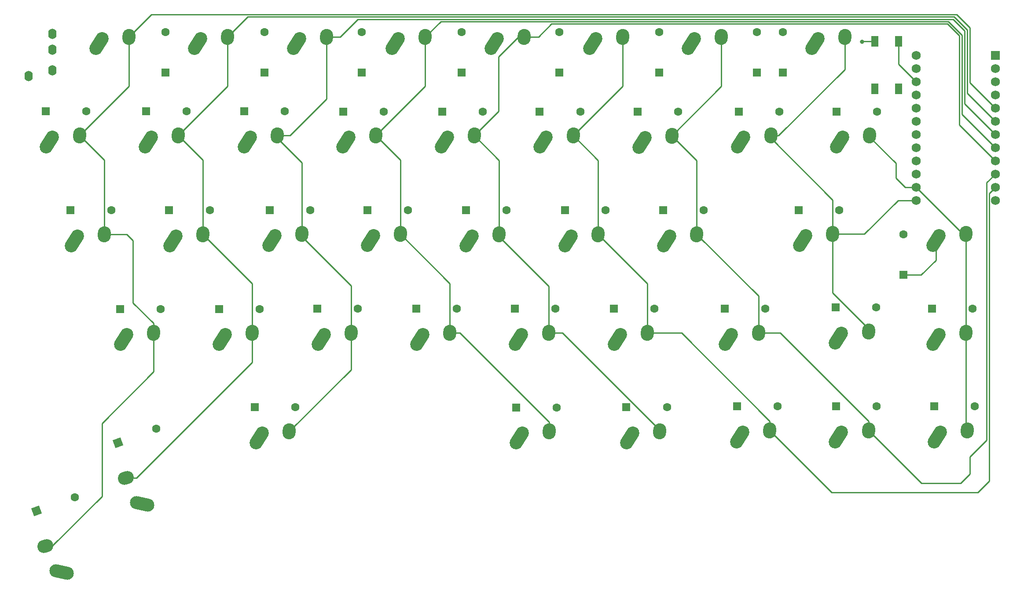
<source format=gbl>
G04 #@! TF.GenerationSoftware,KiCad,Pcbnew,(6.0.10-0)*
G04 #@! TF.CreationDate,2022-12-25T19:45:21-08:00*
G04 #@! TF.ProjectId,right,72696768-742e-46b6-9963-61645f706362,rev?*
G04 #@! TF.SameCoordinates,Original*
G04 #@! TF.FileFunction,Copper,L2,Bot*
G04 #@! TF.FilePolarity,Positive*
%FSLAX46Y46*%
G04 Gerber Fmt 4.6, Leading zero omitted, Abs format (unit mm)*
G04 Created by KiCad (PCBNEW (6.0.10-0)) date 2022-12-25 19:45:21*
%MOMM*%
%LPD*%
G01*
G04 APERTURE LIST*
G04 Aperture macros list*
%AMHorizOval*
0 Thick line with rounded ends*
0 $1 width*
0 $2 $3 position (X,Y) of the first rounded end (center of the circle)*
0 $4 $5 position (X,Y) of the second rounded end (center of the circle)*
0 Add line between two ends*
20,1,$1,$2,$3,$4,$5,0*
0 Add two circle primitives to create the rounded ends*
1,1,$1,$2,$3*
1,1,$1,$4,$5*%
%AMRotRect*
0 Rectangle, with rotation*
0 The origin of the aperture is its center*
0 $1 length*
0 $2 width*
0 $3 Rotation angle, in degrees counterclockwise*
0 Add horizontal line*
21,1,$1,$2,0,0,$3*%
G04 Aperture macros list end*
G04 #@! TA.AperFunction,ComponentPad*
%ADD10R,1.600000X1.600000*%
G04 #@! TD*
G04 #@! TA.AperFunction,ComponentPad*
%ADD11C,1.600000*%
G04 #@! TD*
G04 #@! TA.AperFunction,ComponentPad*
%ADD12RotRect,1.600000X1.600000X20.000000*%
G04 #@! TD*
G04 #@! TA.AperFunction,ComponentPad*
%ADD13HorizOval,2.500000X-0.604462X-0.948815X0.604462X0.948815X0*%
G04 #@! TD*
G04 #@! TA.AperFunction,ComponentPad*
%ADD14HorizOval,2.500000X-0.019724X-0.289328X0.019724X0.289328X0*%
G04 #@! TD*
G04 #@! TA.AperFunction,ComponentPad*
%ADD15HorizOval,2.500000X-1.098333X0.243495X1.098333X-0.243495X0*%
G04 #@! TD*
G04 #@! TA.AperFunction,ComponentPad*
%ADD16HorizOval,2.500000X0.278626X0.080421X-0.278626X-0.080421X0*%
G04 #@! TD*
G04 #@! TA.AperFunction,ComponentPad*
%ADD17O,1.600000X2.000000*%
G04 #@! TD*
G04 #@! TA.AperFunction,ComponentPad*
%ADD18R,1.752600X1.752600*%
G04 #@! TD*
G04 #@! TA.AperFunction,ComponentPad*
%ADD19C,1.752600*%
G04 #@! TD*
G04 #@! TA.AperFunction,SMDPad,CuDef*
%ADD20R,1.400000X2.100000*%
G04 #@! TD*
G04 #@! TA.AperFunction,ViaPad*
%ADD21C,0.800000*%
G04 #@! TD*
G04 #@! TA.AperFunction,Conductor*
%ADD22C,0.250000*%
G04 #@! TD*
G04 APERTURE END LIST*
D10*
X54750000Y-36400000D03*
D11*
X54750000Y-28600000D03*
D10*
X73750000Y-36400000D03*
D11*
X73750000Y-28600000D03*
D10*
X92500000Y-36400000D03*
D11*
X92500000Y-28600000D03*
D10*
X31680000Y-43910000D03*
D11*
X39480000Y-43910000D03*
D10*
X36480000Y-62930000D03*
D11*
X44280000Y-62930000D03*
D10*
X45980000Y-81940000D03*
D11*
X53780000Y-81940000D03*
D12*
X29955199Y-120873879D03*
D11*
X37284801Y-118206121D03*
D10*
X51020000Y-43910000D03*
D11*
X58820000Y-43910000D03*
D10*
X55450000Y-62930000D03*
D11*
X63250000Y-62930000D03*
D10*
X65020000Y-81960000D03*
D11*
X72820000Y-81960000D03*
D12*
X45605199Y-107703879D03*
D11*
X52934801Y-105036121D03*
D10*
X69870000Y-43890000D03*
D11*
X77670000Y-43890000D03*
D10*
X74800000Y-62900000D03*
D11*
X82600000Y-62900000D03*
D10*
X83950000Y-81930000D03*
D11*
X91750000Y-81930000D03*
D10*
X71885000Y-100900000D03*
D11*
X79685000Y-100900000D03*
D10*
X111750000Y-36400000D03*
D11*
X111750000Y-28600000D03*
D10*
X88950000Y-43940000D03*
D11*
X96750000Y-43940000D03*
D10*
X93570000Y-62940000D03*
D11*
X101370000Y-62940000D03*
D10*
X102980000Y-81880000D03*
D11*
X110780000Y-81880000D03*
D10*
X122200000Y-100910000D03*
D11*
X130000000Y-100910000D03*
D10*
X130500000Y-36400000D03*
D11*
X130500000Y-28600000D03*
D10*
X107960000Y-43940000D03*
D11*
X115760000Y-43940000D03*
D10*
X112530000Y-62910000D03*
D11*
X120330000Y-62910000D03*
D10*
X121940000Y-81930000D03*
D11*
X129740000Y-81930000D03*
D10*
X143410000Y-100900000D03*
D11*
X151210000Y-100900000D03*
D10*
X149750000Y-36400000D03*
D11*
X149750000Y-28600000D03*
D10*
X126740000Y-43950000D03*
D11*
X134540000Y-43950000D03*
D10*
X131580000Y-62910000D03*
D11*
X139380000Y-62910000D03*
D10*
X141020000Y-81910000D03*
D11*
X148820000Y-81910000D03*
D10*
X164730000Y-100690000D03*
D11*
X172530000Y-100690000D03*
D10*
X168500000Y-36400000D03*
D11*
X168500000Y-28600000D03*
D10*
X145600000Y-43970000D03*
D11*
X153400000Y-43970000D03*
D10*
X150460000Y-62920000D03*
D11*
X158260000Y-62920000D03*
D10*
X162360000Y-81930000D03*
D11*
X170160000Y-81930000D03*
D10*
X183730000Y-100710000D03*
D11*
X191530000Y-100710000D03*
D10*
X173500000Y-36400000D03*
D11*
X173500000Y-28600000D03*
D10*
X165030000Y-43940000D03*
D11*
X172830000Y-43940000D03*
D10*
X176560000Y-62930000D03*
D11*
X184360000Y-62930000D03*
D10*
X183670000Y-81680000D03*
D11*
X191470000Y-81680000D03*
D10*
X202660000Y-100670000D03*
D11*
X210460000Y-100670000D03*
D10*
X183830000Y-43930000D03*
D11*
X191630000Y-43930000D03*
D13*
X60925000Y-30820000D03*
D14*
X66700000Y-29550000D03*
D13*
X79945000Y-30840000D03*
D14*
X85720000Y-29570000D03*
D13*
X32405000Y-49810000D03*
D14*
X38180000Y-48540000D03*
D13*
X37165000Y-68820000D03*
D14*
X42940000Y-67550000D03*
D13*
X46695000Y-87830000D03*
D14*
X52470000Y-86560000D03*
D15*
X34765558Y-132622610D03*
D16*
X31596982Y-127630251D03*
D13*
X51425000Y-49810000D03*
D14*
X57200000Y-48540000D03*
D13*
X56145000Y-68830000D03*
D14*
X61920000Y-67560000D03*
D13*
X65655000Y-87840000D03*
D14*
X71430000Y-86570000D03*
D13*
X70445000Y-49810000D03*
D14*
X76220000Y-48540000D03*
D13*
X75205000Y-68810000D03*
D14*
X80980000Y-67540000D03*
D13*
X84675000Y-87820000D03*
D14*
X90450000Y-86550000D03*
D13*
X72785000Y-106810000D03*
D14*
X78560000Y-105540000D03*
D13*
X98935000Y-30860000D03*
D14*
X104710000Y-29590000D03*
D13*
X89455000Y-49820000D03*
D14*
X95230000Y-48550000D03*
D13*
X94175000Y-68810000D03*
D14*
X99950000Y-67540000D03*
D13*
X103665000Y-87810000D03*
D14*
X109440000Y-86540000D03*
D13*
X117945000Y-30810000D03*
D14*
X123720000Y-29540000D03*
D13*
X108415000Y-49830000D03*
D14*
X114190000Y-48560000D03*
D13*
X113175000Y-68820000D03*
D14*
X118950000Y-67550000D03*
D13*
X122675000Y-87810000D03*
D14*
X128450000Y-86540000D03*
D13*
X144025000Y-106800000D03*
D14*
X149800000Y-105530000D03*
D13*
X136945000Y-30820000D03*
D14*
X142720000Y-29550000D03*
D13*
X127415000Y-49840000D03*
D14*
X133190000Y-48570000D03*
D13*
X132185000Y-68820000D03*
D14*
X137960000Y-67550000D03*
D13*
X141685000Y-87830000D03*
D14*
X147460000Y-86560000D03*
D13*
X165215000Y-106590000D03*
D14*
X170990000Y-105320000D03*
D13*
X155920000Y-30820000D03*
D14*
X161695000Y-29550000D03*
D13*
X146425000Y-49850000D03*
D14*
X152200000Y-48580000D03*
D13*
X151185000Y-68820000D03*
D14*
X156960000Y-67550000D03*
D13*
X163055000Y-87830000D03*
D14*
X168830000Y-86560000D03*
D13*
X184225000Y-106590000D03*
D14*
X190000000Y-105320000D03*
D13*
X179675000Y-30840000D03*
D14*
X185450000Y-29570000D03*
D13*
X165425000Y-49840000D03*
D14*
X171200000Y-48570000D03*
D13*
X177305000Y-68800000D03*
D14*
X183080000Y-67530000D03*
D13*
X203225000Y-106580000D03*
D14*
X209000000Y-105310000D03*
D13*
X184435000Y-49820000D03*
D14*
X190210000Y-48550000D03*
D17*
X28390000Y-37110000D03*
X32990000Y-36010000D03*
X32990000Y-32010000D03*
X32990000Y-29010000D03*
D13*
X122785000Y-106810000D03*
D14*
X128560000Y-105540000D03*
D13*
X41925000Y-30820000D03*
D14*
X47700000Y-29550000D03*
D15*
X50245558Y-119502610D03*
D16*
X47076982Y-114510251D03*
D10*
X196750000Y-75400000D03*
D11*
X196750000Y-67600000D03*
D10*
X202180000Y-81910000D03*
D11*
X209980000Y-81910000D03*
D13*
X202955000Y-68790000D03*
D14*
X208730000Y-67520000D03*
D13*
X184225000Y-87580000D03*
D14*
X190000000Y-86310000D03*
D13*
X202945000Y-87820000D03*
D14*
X208720000Y-86550000D03*
D18*
X214390000Y-33114750D03*
D19*
X214390000Y-35654750D03*
X214390000Y-38194750D03*
X214390000Y-40734750D03*
X214390000Y-43274750D03*
X214390000Y-45814750D03*
X214390000Y-48354750D03*
X214390000Y-50894750D03*
X214390000Y-53434750D03*
X214390000Y-55974750D03*
X214390000Y-58514750D03*
X214390000Y-61054750D03*
X199150000Y-61054750D03*
X199150000Y-58514750D03*
X199150000Y-55974750D03*
X199150000Y-53434750D03*
X199150000Y-50894750D03*
X199150000Y-48354750D03*
X199150000Y-45814750D03*
X199150000Y-43274750D03*
X199150000Y-40734750D03*
X199150000Y-38194750D03*
X199150000Y-35654750D03*
X199150000Y-33114750D03*
D20*
X195750000Y-39550000D03*
X195750000Y-30450000D03*
X191250000Y-39550000D03*
X191250000Y-30450000D03*
D21*
X188750000Y-30500000D03*
D22*
X38180000Y-48540000D02*
X47700000Y-39020000D01*
X207000000Y-25250000D02*
X52000000Y-25250000D01*
X48500000Y-80750000D02*
X48500000Y-68750000D01*
X52470000Y-84720000D02*
X48500000Y-80750000D01*
X42500000Y-104000000D02*
X52470000Y-94030000D01*
X52470000Y-86560000D02*
X52470000Y-84720000D01*
X47300000Y-67550000D02*
X42940000Y-67550000D01*
X52000000Y-25250000D02*
X47700000Y-29550000D01*
X47700000Y-39020000D02*
X47700000Y-29550000D01*
X214390000Y-43274750D02*
X209500000Y-38384750D01*
X209500000Y-38384750D02*
X209500000Y-27750000D01*
X42500000Y-118042585D02*
X42500000Y-104000000D01*
X48500000Y-68750000D02*
X47300000Y-67550000D01*
X42940000Y-67550000D02*
X42940000Y-53300000D01*
X209500000Y-27750000D02*
X207000000Y-25250000D01*
X32912334Y-127630251D02*
X42500000Y-118042585D01*
X52470000Y-94030000D02*
X52470000Y-86560000D01*
X42940000Y-53300000D02*
X38180000Y-48540000D01*
X31596982Y-127630251D02*
X32912334Y-127630251D01*
X209000000Y-28250000D02*
X206450000Y-25700000D01*
X214390000Y-45814750D02*
X209000000Y-40424750D01*
X71430000Y-77070000D02*
X61920000Y-67560000D01*
X209000000Y-40424750D02*
X209000000Y-28250000D01*
X71430000Y-92190133D02*
X71430000Y-86570000D01*
X66700000Y-39040000D02*
X66700000Y-29550000D01*
X206450000Y-25700000D02*
X70550000Y-25700000D01*
X47076982Y-114510251D02*
X49109882Y-114510251D01*
X71430000Y-86570000D02*
X71430000Y-77070000D01*
X49109882Y-114510251D02*
X71430000Y-92190133D01*
X61920000Y-67560000D02*
X61920000Y-53260000D01*
X70550000Y-25700000D02*
X66700000Y-29550000D01*
X57200000Y-48540000D02*
X66700000Y-39040000D01*
X61920000Y-53260000D02*
X57200000Y-48540000D01*
X90450000Y-93650000D02*
X90450000Y-86550000D01*
X208500000Y-28386396D02*
X206263604Y-26150000D01*
X78710000Y-48540000D02*
X85720000Y-41530000D01*
X78560000Y-105540000D02*
X90450000Y-93650000D01*
X76220000Y-48540000D02*
X78710000Y-48540000D01*
X90450000Y-77506314D02*
X80980000Y-68036314D01*
X88330000Y-29570000D02*
X85720000Y-29570000D01*
X80980000Y-68036314D02*
X80980000Y-67540000D01*
X208500000Y-42464750D02*
X208500000Y-28386396D01*
X90450000Y-86550000D02*
X90450000Y-77506314D01*
X85720000Y-41530000D02*
X85720000Y-29570000D01*
X91750000Y-26150000D02*
X88330000Y-29570000D01*
X80980000Y-53796314D02*
X76220000Y-49036314D01*
X80980000Y-67540000D02*
X80980000Y-53796314D01*
X76220000Y-49036314D02*
X76220000Y-48540000D01*
X206263604Y-26150000D02*
X91750000Y-26150000D01*
X214390000Y-48354750D02*
X208500000Y-42464750D01*
X109440000Y-77030000D02*
X99950000Y-67540000D01*
X99950000Y-53270000D02*
X95230000Y-48550000D01*
X208000000Y-29250000D02*
X205350000Y-26600000D01*
X214390000Y-50894750D02*
X208000000Y-44504750D01*
X128560000Y-105540000D02*
X128560000Y-103750672D01*
X111349328Y-86540000D02*
X109440000Y-86540000D01*
X95230000Y-48550000D02*
X104710000Y-39070000D01*
X128560000Y-103750672D02*
X111349328Y-86540000D01*
X109440000Y-86540000D02*
X109440000Y-77030000D01*
X99950000Y-67540000D02*
X99950000Y-53270000D01*
X205350000Y-26600000D02*
X107700000Y-26600000D01*
X107700000Y-26600000D02*
X104710000Y-29590000D01*
X104710000Y-39070000D02*
X104710000Y-29590000D01*
X208000000Y-44504750D02*
X208000000Y-29250000D01*
X122639867Y-29540000D02*
X123720000Y-29540000D01*
X214390000Y-53434750D02*
X207431802Y-46476552D01*
X129000000Y-27050000D02*
X126510000Y-29540000D01*
X128450000Y-77546314D02*
X118950000Y-68046314D01*
X118950000Y-68046314D02*
X118950000Y-67550000D01*
X114190000Y-48560000D02*
X118831099Y-43918901D01*
X149800000Y-105530000D02*
X149800000Y-105220948D01*
X205163604Y-27050000D02*
X129000000Y-27050000D01*
X149800000Y-105220948D02*
X131119052Y-86540000D01*
X118831099Y-43918901D02*
X118831099Y-33348768D01*
X207431802Y-46476552D02*
X207431802Y-29318198D01*
X118831099Y-33348768D02*
X122639867Y-29540000D01*
X118950000Y-53320000D02*
X114190000Y-48560000D01*
X128450000Y-86540000D02*
X128450000Y-77546314D01*
X207431802Y-29318198D02*
X205163604Y-27050000D01*
X118950000Y-67550000D02*
X118950000Y-53320000D01*
X126510000Y-29540000D02*
X123720000Y-29540000D01*
X131119052Y-86540000D02*
X128450000Y-86540000D01*
X213188700Y-59716050D02*
X213188700Y-115061300D01*
X213188700Y-115061300D02*
X211000000Y-117250000D01*
X154019328Y-86560000D02*
X147460000Y-86560000D01*
X211000000Y-117250000D02*
X182920000Y-117250000D01*
X170990000Y-103530672D02*
X154019328Y-86560000D01*
X147460000Y-86560000D02*
X147460000Y-77050000D01*
X137960000Y-67550000D02*
X137960000Y-53340000D01*
X142720000Y-39040000D02*
X142720000Y-29550000D01*
X182920000Y-117250000D02*
X170990000Y-105320000D01*
X133190000Y-48570000D02*
X142720000Y-39040000D01*
X170990000Y-105320000D02*
X170990000Y-103530672D01*
X137960000Y-53340000D02*
X133190000Y-48570000D01*
X214390000Y-58514750D02*
X213188700Y-59716050D01*
X147460000Y-77050000D02*
X137960000Y-67550000D01*
X168830000Y-86560000D02*
X168830000Y-79420000D01*
X190000000Y-105320000D02*
X190000000Y-103530672D01*
X152200000Y-48580000D02*
X161695000Y-39085000D01*
X209500000Y-110426314D02*
X209500000Y-113750000D01*
X156960000Y-53340000D02*
X152200000Y-48580000D01*
X200180000Y-115500000D02*
X190000000Y-105320000D01*
X161695000Y-39085000D02*
X161695000Y-29550000D01*
X168830000Y-79420000D02*
X156960000Y-67550000D01*
X207750000Y-115500000D02*
X200180000Y-115500000D01*
X212738700Y-107187614D02*
X209500000Y-110426314D01*
X190000000Y-103530672D02*
X173029328Y-86560000D01*
X156960000Y-67550000D02*
X156960000Y-53340000D01*
X209500000Y-113750000D02*
X207750000Y-115500000D01*
X173029328Y-86560000D02*
X168830000Y-86560000D01*
X212738700Y-57626050D02*
X212738700Y-107187614D01*
X214390000Y-55974750D02*
X212738700Y-57626050D01*
X199150000Y-61054750D02*
X195695250Y-61054750D01*
X172680276Y-48570000D02*
X185450000Y-35800276D01*
X195695250Y-61054750D02*
X189220000Y-67530000D01*
X183080000Y-78840000D02*
X190000000Y-85760000D01*
X183080000Y-67530000D02*
X183080000Y-60946314D01*
X189220000Y-67530000D02*
X183080000Y-67530000D01*
X183080000Y-60946314D02*
X171200000Y-49066314D01*
X183080000Y-67530000D02*
X183080000Y-78840000D01*
X171200000Y-48570000D02*
X172680276Y-48570000D01*
X185450000Y-35800276D02*
X185450000Y-29570000D01*
X171200000Y-49066314D02*
X171200000Y-48570000D01*
X190000000Y-85760000D02*
X190000000Y-86310000D01*
X195250000Y-56750000D02*
X197014750Y-58514750D01*
X195250000Y-53899052D02*
X195250000Y-56750000D01*
X190210000Y-48859052D02*
X195250000Y-53899052D01*
X208155250Y-67520000D02*
X208730000Y-67520000D01*
X190210000Y-48550000D02*
X190210000Y-48859052D01*
X208720000Y-86550000D02*
X208720000Y-105030000D01*
X199150000Y-58514750D02*
X208155250Y-67520000D01*
X208730000Y-67520000D02*
X208730000Y-86540000D01*
X208730000Y-86540000D02*
X208720000Y-86550000D01*
X197014750Y-58514750D02*
X199150000Y-58514750D01*
X208720000Y-105030000D02*
X209000000Y-105310000D01*
X195750000Y-34794750D02*
X195750000Y-30450000D01*
X199150000Y-38194750D02*
X195750000Y-34794750D01*
X191250000Y-30450000D02*
X188800000Y-30450000D01*
X188800000Y-30450000D02*
X188750000Y-30500000D01*
X202955000Y-72545000D02*
X202955000Y-68790000D01*
X200100000Y-75400000D02*
X202955000Y-72545000D01*
X196750000Y-75400000D02*
X200100000Y-75400000D01*
M02*

</source>
